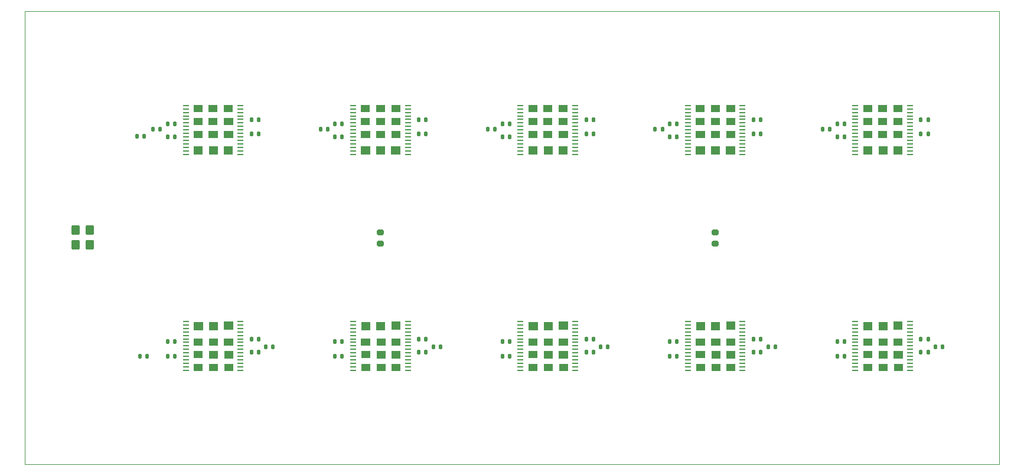
<source format=gbr>
%TF.GenerationSoftware,KiCad,Pcbnew,8.0.6*%
%TF.CreationDate,2024-12-11T18:08:37+01:00*%
%TF.ProjectId,AsicsBoard - 10xBM1370 - 01A,41736963-7342-46f6-9172-64202d203130,rev?*%
%TF.SameCoordinates,Original*%
%TF.FileFunction,Paste,Top*%
%TF.FilePolarity,Positive*%
%FSLAX46Y46*%
G04 Gerber Fmt 4.6, Leading zero omitted, Abs format (unit mm)*
G04 Created by KiCad (PCBNEW 8.0.6) date 2024-12-11 18:08:37*
%MOMM*%
%LPD*%
G01*
G04 APERTURE LIST*
G04 Aperture macros list*
%AMRoundRect*
0 Rectangle with rounded corners*
0 $1 Rounding radius*
0 $2 $3 $4 $5 $6 $7 $8 $9 X,Y pos of 4 corners*
0 Add a 4 corners polygon primitive as box body*
4,1,4,$2,$3,$4,$5,$6,$7,$8,$9,$2,$3,0*
0 Add four circle primitives for the rounded corners*
1,1,$1+$1,$2,$3*
1,1,$1+$1,$4,$5*
1,1,$1+$1,$6,$7*
1,1,$1+$1,$8,$9*
0 Add four rect primitives between the rounded corners*
20,1,$1+$1,$2,$3,$4,$5,0*
20,1,$1+$1,$4,$5,$6,$7,0*
20,1,$1+$1,$6,$7,$8,$9,0*
20,1,$1+$1,$8,$9,$2,$3,0*%
G04 Aperture macros list end*
%ADD10C,0.001000*%
%ADD11RoundRect,0.135000X-0.135000X-0.185000X0.135000X-0.185000X0.135000X0.185000X-0.135000X0.185000X0*%
%ADD12RoundRect,0.135000X0.135000X0.185000X-0.135000X0.185000X-0.135000X-0.185000X0.135000X-0.185000X0*%
%ADD13RoundRect,0.055250X0.340750X0.055250X-0.340750X0.055250X-0.340750X-0.055250X0.340750X-0.055250X0*%
%ADD14RoundRect,0.055250X-0.340750X-0.055250X0.340750X-0.055250X0.340750X0.055250X-0.340750X0.055250X0*%
%ADD15RoundRect,0.250000X0.350000X0.450000X-0.350000X0.450000X-0.350000X-0.450000X0.350000X-0.450000X0*%
%ADD16RoundRect,0.200000X0.275000X-0.200000X0.275000X0.200000X-0.275000X0.200000X-0.275000X-0.200000X0*%
%TA.AperFunction,Profile*%
%ADD17C,0.100000*%
%TD*%
G04 APERTURE END LIST*
%TO.C,U10*%
D10*
X185200000Y-68435000D02*
X186400000Y-68435000D01*
X186400000Y-69385000D01*
X185200000Y-69385000D01*
X185200000Y-68435000D01*
G36*
X185200000Y-68435000D02*
G01*
X186400000Y-68435000D01*
X186400000Y-69385000D01*
X185200000Y-69385000D01*
X185200000Y-68435000D01*
G37*
X185210000Y-70295000D02*
X186410000Y-70295000D01*
X186410000Y-71245000D01*
X185210000Y-71245000D01*
X185210000Y-70295000D01*
G36*
X185210000Y-70295000D02*
G01*
X186410000Y-70295000D01*
X186410000Y-71245000D01*
X185210000Y-71245000D01*
X185210000Y-70295000D01*
G37*
X185220000Y-72125000D02*
X186420000Y-72125000D01*
X186420000Y-73075000D01*
X185220000Y-73075000D01*
X185220000Y-72125000D01*
G36*
X185220000Y-72125000D02*
G01*
X186420000Y-72125000D01*
X186420000Y-73075000D01*
X185220000Y-73075000D01*
X185220000Y-72125000D01*
G37*
X185220000Y-74370000D02*
X186420000Y-74370000D01*
X186420000Y-75480000D01*
X185220000Y-75480000D01*
X185220000Y-74370000D01*
G36*
X185220000Y-74370000D02*
G01*
X186420000Y-74370000D01*
X186420000Y-75480000D01*
X185220000Y-75480000D01*
X185220000Y-74370000D01*
G37*
X187350000Y-68435000D02*
X188550000Y-68435000D01*
X188550000Y-69385000D01*
X187350000Y-69385000D01*
X187350000Y-68435000D01*
G36*
X187350000Y-68435000D02*
G01*
X188550000Y-68435000D01*
X188550000Y-69385000D01*
X187350000Y-69385000D01*
X187350000Y-68435000D01*
G37*
X187360000Y-70295000D02*
X188560000Y-70295000D01*
X188560000Y-71245000D01*
X187360000Y-71245000D01*
X187360000Y-70295000D01*
G36*
X187360000Y-70295000D02*
G01*
X188560000Y-70295000D01*
X188560000Y-71245000D01*
X187360000Y-71245000D01*
X187360000Y-70295000D01*
G37*
X187370000Y-72125000D02*
X188570000Y-72125000D01*
X188570000Y-73075000D01*
X187370000Y-73075000D01*
X187370000Y-72125000D01*
G36*
X187370000Y-72125000D02*
G01*
X188570000Y-72125000D01*
X188570000Y-73075000D01*
X187370000Y-73075000D01*
X187370000Y-72125000D01*
G37*
X187400000Y-74350000D02*
X188600000Y-74350000D01*
X188600000Y-75460000D01*
X187400000Y-75460000D01*
X187400000Y-74350000D01*
G36*
X187400000Y-74350000D02*
G01*
X188600000Y-74350000D01*
X188600000Y-75460000D01*
X187400000Y-75460000D01*
X187400000Y-74350000D01*
G37*
X189540000Y-74340000D02*
X190740000Y-74340000D01*
X190740000Y-75460000D01*
X189540000Y-75460000D01*
X189540000Y-74340000D01*
G36*
X189540000Y-74340000D02*
G01*
X190740000Y-74340000D01*
X190740000Y-75460000D01*
X189540000Y-75460000D01*
X189540000Y-74340000D01*
G37*
X189560000Y-68445000D02*
X190760000Y-68445000D01*
X190760000Y-69395000D01*
X189560000Y-69395000D01*
X189560000Y-68445000D01*
G36*
X189560000Y-68445000D02*
G01*
X190760000Y-68445000D01*
X190760000Y-69395000D01*
X189560000Y-69395000D01*
X189560000Y-68445000D01*
G37*
X189570000Y-70305000D02*
X190770000Y-70305000D01*
X190770000Y-71255000D01*
X189570000Y-71255000D01*
X189570000Y-70305000D01*
G36*
X189570000Y-70305000D02*
G01*
X190770000Y-70305000D01*
X190770000Y-71255000D01*
X189570000Y-71255000D01*
X189570000Y-70305000D01*
G37*
X189580000Y-72135000D02*
X190780000Y-72135000D01*
X190780000Y-73085000D01*
X189580000Y-73085000D01*
X189580000Y-72135000D01*
G36*
X189580000Y-72135000D02*
G01*
X190780000Y-72135000D01*
X190780000Y-73085000D01*
X189580000Y-73085000D01*
X189580000Y-72135000D01*
G37*
%TO.C,U12*%
X186420000Y-102865000D02*
X185220000Y-102865000D01*
X185220000Y-101915000D01*
X186420000Y-101915000D01*
X186420000Y-102865000D01*
G36*
X186420000Y-102865000D02*
G01*
X185220000Y-102865000D01*
X185220000Y-101915000D01*
X186420000Y-101915000D01*
X186420000Y-102865000D01*
G37*
X186430000Y-104695000D02*
X185230000Y-104695000D01*
X185230000Y-103745000D01*
X186430000Y-103745000D01*
X186430000Y-104695000D01*
G36*
X186430000Y-104695000D02*
G01*
X185230000Y-104695000D01*
X185230000Y-103745000D01*
X186430000Y-103745000D01*
X186430000Y-104695000D01*
G37*
X186440000Y-106555000D02*
X185240000Y-106555000D01*
X185240000Y-105605000D01*
X186440000Y-105605000D01*
X186440000Y-106555000D01*
G36*
X186440000Y-106555000D02*
G01*
X185240000Y-106555000D01*
X185240000Y-105605000D01*
X186440000Y-105605000D01*
X186440000Y-106555000D01*
G37*
X186460000Y-100660000D02*
X185260000Y-100660000D01*
X185260000Y-99540000D01*
X186460000Y-99540000D01*
X186460000Y-100660000D01*
G36*
X186460000Y-100660000D02*
G01*
X185260000Y-100660000D01*
X185260000Y-99540000D01*
X186460000Y-99540000D01*
X186460000Y-100660000D01*
G37*
X188600000Y-100650000D02*
X187400000Y-100650000D01*
X187400000Y-99540000D01*
X188600000Y-99540000D01*
X188600000Y-100650000D01*
G36*
X188600000Y-100650000D02*
G01*
X187400000Y-100650000D01*
X187400000Y-99540000D01*
X188600000Y-99540000D01*
X188600000Y-100650000D01*
G37*
X188630000Y-102875000D02*
X187430000Y-102875000D01*
X187430000Y-101925000D01*
X188630000Y-101925000D01*
X188630000Y-102875000D01*
G36*
X188630000Y-102875000D02*
G01*
X187430000Y-102875000D01*
X187430000Y-101925000D01*
X188630000Y-101925000D01*
X188630000Y-102875000D01*
G37*
X188640000Y-104705000D02*
X187440000Y-104705000D01*
X187440000Y-103755000D01*
X188640000Y-103755000D01*
X188640000Y-104705000D01*
G36*
X188640000Y-104705000D02*
G01*
X187440000Y-104705000D01*
X187440000Y-103755000D01*
X188640000Y-103755000D01*
X188640000Y-104705000D01*
G37*
X188650000Y-106565000D02*
X187450000Y-106565000D01*
X187450000Y-105615000D01*
X188650000Y-105615000D01*
X188650000Y-106565000D01*
G36*
X188650000Y-106565000D02*
G01*
X187450000Y-106565000D01*
X187450000Y-105615000D01*
X188650000Y-105615000D01*
X188650000Y-106565000D01*
G37*
X190780000Y-100630000D02*
X189580000Y-100630000D01*
X189580000Y-99520000D01*
X190780000Y-99520000D01*
X190780000Y-100630000D01*
G36*
X190780000Y-100630000D02*
G01*
X189580000Y-100630000D01*
X189580000Y-99520000D01*
X190780000Y-99520000D01*
X190780000Y-100630000D01*
G37*
X190780000Y-102875000D02*
X189580000Y-102875000D01*
X189580000Y-101925000D01*
X190780000Y-101925000D01*
X190780000Y-102875000D01*
G36*
X190780000Y-102875000D02*
G01*
X189580000Y-102875000D01*
X189580000Y-101925000D01*
X190780000Y-101925000D01*
X190780000Y-102875000D01*
G37*
X190790000Y-104705000D02*
X189590000Y-104705000D01*
X189590000Y-103755000D01*
X190790000Y-103755000D01*
X190790000Y-104705000D01*
G36*
X190790000Y-104705000D02*
G01*
X189590000Y-104705000D01*
X189590000Y-103755000D01*
X190790000Y-103755000D01*
X190790000Y-104705000D01*
G37*
X190800000Y-106565000D02*
X189600000Y-106565000D01*
X189600000Y-105615000D01*
X190800000Y-105615000D01*
X190800000Y-106565000D01*
G36*
X190800000Y-106565000D02*
G01*
X189600000Y-106565000D01*
X189600000Y-105615000D01*
X190800000Y-105615000D01*
X190800000Y-106565000D01*
G37*
%TO.C,U4*%
X114420000Y-102865000D02*
X113220000Y-102865000D01*
X113220000Y-101915000D01*
X114420000Y-101915000D01*
X114420000Y-102865000D01*
G36*
X114420000Y-102865000D02*
G01*
X113220000Y-102865000D01*
X113220000Y-101915000D01*
X114420000Y-101915000D01*
X114420000Y-102865000D01*
G37*
X114430000Y-104695000D02*
X113230000Y-104695000D01*
X113230000Y-103745000D01*
X114430000Y-103745000D01*
X114430000Y-104695000D01*
G36*
X114430000Y-104695000D02*
G01*
X113230000Y-104695000D01*
X113230000Y-103745000D01*
X114430000Y-103745000D01*
X114430000Y-104695000D01*
G37*
X114440000Y-106555000D02*
X113240000Y-106555000D01*
X113240000Y-105605000D01*
X114440000Y-105605000D01*
X114440000Y-106555000D01*
G36*
X114440000Y-106555000D02*
G01*
X113240000Y-106555000D01*
X113240000Y-105605000D01*
X114440000Y-105605000D01*
X114440000Y-106555000D01*
G37*
X114460000Y-100660000D02*
X113260000Y-100660000D01*
X113260000Y-99540000D01*
X114460000Y-99540000D01*
X114460000Y-100660000D01*
G36*
X114460000Y-100660000D02*
G01*
X113260000Y-100660000D01*
X113260000Y-99540000D01*
X114460000Y-99540000D01*
X114460000Y-100660000D01*
G37*
X116600000Y-100650000D02*
X115400000Y-100650000D01*
X115400000Y-99540000D01*
X116600000Y-99540000D01*
X116600000Y-100650000D01*
G36*
X116600000Y-100650000D02*
G01*
X115400000Y-100650000D01*
X115400000Y-99540000D01*
X116600000Y-99540000D01*
X116600000Y-100650000D01*
G37*
X116630000Y-102875000D02*
X115430000Y-102875000D01*
X115430000Y-101925000D01*
X116630000Y-101925000D01*
X116630000Y-102875000D01*
G36*
X116630000Y-102875000D02*
G01*
X115430000Y-102875000D01*
X115430000Y-101925000D01*
X116630000Y-101925000D01*
X116630000Y-102875000D01*
G37*
X116640000Y-104705000D02*
X115440000Y-104705000D01*
X115440000Y-103755000D01*
X116640000Y-103755000D01*
X116640000Y-104705000D01*
G36*
X116640000Y-104705000D02*
G01*
X115440000Y-104705000D01*
X115440000Y-103755000D01*
X116640000Y-103755000D01*
X116640000Y-104705000D01*
G37*
X116650000Y-106565000D02*
X115450000Y-106565000D01*
X115450000Y-105615000D01*
X116650000Y-105615000D01*
X116650000Y-106565000D01*
G36*
X116650000Y-106565000D02*
G01*
X115450000Y-106565000D01*
X115450000Y-105615000D01*
X116650000Y-105615000D01*
X116650000Y-106565000D01*
G37*
X118780000Y-100630000D02*
X117580000Y-100630000D01*
X117580000Y-99520000D01*
X118780000Y-99520000D01*
X118780000Y-100630000D01*
G36*
X118780000Y-100630000D02*
G01*
X117580000Y-100630000D01*
X117580000Y-99520000D01*
X118780000Y-99520000D01*
X118780000Y-100630000D01*
G37*
X118780000Y-102875000D02*
X117580000Y-102875000D01*
X117580000Y-101925000D01*
X118780000Y-101925000D01*
X118780000Y-102875000D01*
G36*
X118780000Y-102875000D02*
G01*
X117580000Y-102875000D01*
X117580000Y-101925000D01*
X118780000Y-101925000D01*
X118780000Y-102875000D01*
G37*
X118790000Y-104705000D02*
X117590000Y-104705000D01*
X117590000Y-103755000D01*
X118790000Y-103755000D01*
X118790000Y-104705000D01*
G36*
X118790000Y-104705000D02*
G01*
X117590000Y-104705000D01*
X117590000Y-103755000D01*
X118790000Y-103755000D01*
X118790000Y-104705000D01*
G37*
X118800000Y-106565000D02*
X117600000Y-106565000D01*
X117600000Y-105615000D01*
X118800000Y-105615000D01*
X118800000Y-106565000D01*
G36*
X118800000Y-106565000D02*
G01*
X117600000Y-106565000D01*
X117600000Y-105615000D01*
X118800000Y-105615000D01*
X118800000Y-106565000D01*
G37*
%TO.C,U8*%
X137200000Y-68435000D02*
X138400000Y-68435000D01*
X138400000Y-69385000D01*
X137200000Y-69385000D01*
X137200000Y-68435000D01*
G36*
X137200000Y-68435000D02*
G01*
X138400000Y-68435000D01*
X138400000Y-69385000D01*
X137200000Y-69385000D01*
X137200000Y-68435000D01*
G37*
X137210000Y-70295000D02*
X138410000Y-70295000D01*
X138410000Y-71245000D01*
X137210000Y-71245000D01*
X137210000Y-70295000D01*
G36*
X137210000Y-70295000D02*
G01*
X138410000Y-70295000D01*
X138410000Y-71245000D01*
X137210000Y-71245000D01*
X137210000Y-70295000D01*
G37*
X137220000Y-72125000D02*
X138420000Y-72125000D01*
X138420000Y-73075000D01*
X137220000Y-73075000D01*
X137220000Y-72125000D01*
G36*
X137220000Y-72125000D02*
G01*
X138420000Y-72125000D01*
X138420000Y-73075000D01*
X137220000Y-73075000D01*
X137220000Y-72125000D01*
G37*
X137220000Y-74370000D02*
X138420000Y-74370000D01*
X138420000Y-75480000D01*
X137220000Y-75480000D01*
X137220000Y-74370000D01*
G36*
X137220000Y-74370000D02*
G01*
X138420000Y-74370000D01*
X138420000Y-75480000D01*
X137220000Y-75480000D01*
X137220000Y-74370000D01*
G37*
X139350000Y-68435000D02*
X140550000Y-68435000D01*
X140550000Y-69385000D01*
X139350000Y-69385000D01*
X139350000Y-68435000D01*
G36*
X139350000Y-68435000D02*
G01*
X140550000Y-68435000D01*
X140550000Y-69385000D01*
X139350000Y-69385000D01*
X139350000Y-68435000D01*
G37*
X139360000Y-70295000D02*
X140560000Y-70295000D01*
X140560000Y-71245000D01*
X139360000Y-71245000D01*
X139360000Y-70295000D01*
G36*
X139360000Y-70295000D02*
G01*
X140560000Y-70295000D01*
X140560000Y-71245000D01*
X139360000Y-71245000D01*
X139360000Y-70295000D01*
G37*
X139370000Y-72125000D02*
X140570000Y-72125000D01*
X140570000Y-73075000D01*
X139370000Y-73075000D01*
X139370000Y-72125000D01*
G36*
X139370000Y-72125000D02*
G01*
X140570000Y-72125000D01*
X140570000Y-73075000D01*
X139370000Y-73075000D01*
X139370000Y-72125000D01*
G37*
X139400000Y-74350000D02*
X140600000Y-74350000D01*
X140600000Y-75460000D01*
X139400000Y-75460000D01*
X139400000Y-74350000D01*
G36*
X139400000Y-74350000D02*
G01*
X140600000Y-74350000D01*
X140600000Y-75460000D01*
X139400000Y-75460000D01*
X139400000Y-74350000D01*
G37*
X141540000Y-74340000D02*
X142740000Y-74340000D01*
X142740000Y-75460000D01*
X141540000Y-75460000D01*
X141540000Y-74340000D01*
G36*
X141540000Y-74340000D02*
G01*
X142740000Y-74340000D01*
X142740000Y-75460000D01*
X141540000Y-75460000D01*
X141540000Y-74340000D01*
G37*
X141560000Y-68445000D02*
X142760000Y-68445000D01*
X142760000Y-69395000D01*
X141560000Y-69395000D01*
X141560000Y-68445000D01*
G36*
X141560000Y-68445000D02*
G01*
X142760000Y-68445000D01*
X142760000Y-69395000D01*
X141560000Y-69395000D01*
X141560000Y-68445000D01*
G37*
X141570000Y-70305000D02*
X142770000Y-70305000D01*
X142770000Y-71255000D01*
X141570000Y-71255000D01*
X141570000Y-70305000D01*
G36*
X141570000Y-70305000D02*
G01*
X142770000Y-70305000D01*
X142770000Y-71255000D01*
X141570000Y-71255000D01*
X141570000Y-70305000D01*
G37*
X141580000Y-72135000D02*
X142780000Y-72135000D01*
X142780000Y-73085000D01*
X141580000Y-73085000D01*
X141580000Y-72135000D01*
G36*
X141580000Y-72135000D02*
G01*
X142780000Y-72135000D01*
X142780000Y-73085000D01*
X141580000Y-73085000D01*
X141580000Y-72135000D01*
G37*
%TO.C,U13*%
X89200000Y-68435000D02*
X90400000Y-68435000D01*
X90400000Y-69385000D01*
X89200000Y-69385000D01*
X89200000Y-68435000D01*
G36*
X89200000Y-68435000D02*
G01*
X90400000Y-68435000D01*
X90400000Y-69385000D01*
X89200000Y-69385000D01*
X89200000Y-68435000D01*
G37*
X89210000Y-70295000D02*
X90410000Y-70295000D01*
X90410000Y-71245000D01*
X89210000Y-71245000D01*
X89210000Y-70295000D01*
G36*
X89210000Y-70295000D02*
G01*
X90410000Y-70295000D01*
X90410000Y-71245000D01*
X89210000Y-71245000D01*
X89210000Y-70295000D01*
G37*
X89220000Y-72125000D02*
X90420000Y-72125000D01*
X90420000Y-73075000D01*
X89220000Y-73075000D01*
X89220000Y-72125000D01*
G36*
X89220000Y-72125000D02*
G01*
X90420000Y-72125000D01*
X90420000Y-73075000D01*
X89220000Y-73075000D01*
X89220000Y-72125000D01*
G37*
X89220000Y-74370000D02*
X90420000Y-74370000D01*
X90420000Y-75480000D01*
X89220000Y-75480000D01*
X89220000Y-74370000D01*
G36*
X89220000Y-74370000D02*
G01*
X90420000Y-74370000D01*
X90420000Y-75480000D01*
X89220000Y-75480000D01*
X89220000Y-74370000D01*
G37*
X91350000Y-68435000D02*
X92550000Y-68435000D01*
X92550000Y-69385000D01*
X91350000Y-69385000D01*
X91350000Y-68435000D01*
G36*
X91350000Y-68435000D02*
G01*
X92550000Y-68435000D01*
X92550000Y-69385000D01*
X91350000Y-69385000D01*
X91350000Y-68435000D01*
G37*
X91360000Y-70295000D02*
X92560000Y-70295000D01*
X92560000Y-71245000D01*
X91360000Y-71245000D01*
X91360000Y-70295000D01*
G36*
X91360000Y-70295000D02*
G01*
X92560000Y-70295000D01*
X92560000Y-71245000D01*
X91360000Y-71245000D01*
X91360000Y-70295000D01*
G37*
X91370000Y-72125000D02*
X92570000Y-72125000D01*
X92570000Y-73075000D01*
X91370000Y-73075000D01*
X91370000Y-72125000D01*
G36*
X91370000Y-72125000D02*
G01*
X92570000Y-72125000D01*
X92570000Y-73075000D01*
X91370000Y-73075000D01*
X91370000Y-72125000D01*
G37*
X91400000Y-74350000D02*
X92600000Y-74350000D01*
X92600000Y-75460000D01*
X91400000Y-75460000D01*
X91400000Y-74350000D01*
G36*
X91400000Y-74350000D02*
G01*
X92600000Y-74350000D01*
X92600000Y-75460000D01*
X91400000Y-75460000D01*
X91400000Y-74350000D01*
G37*
X93540000Y-74340000D02*
X94740000Y-74340000D01*
X94740000Y-75460000D01*
X93540000Y-75460000D01*
X93540000Y-74340000D01*
G36*
X93540000Y-74340000D02*
G01*
X94740000Y-74340000D01*
X94740000Y-75460000D01*
X93540000Y-75460000D01*
X93540000Y-74340000D01*
G37*
X93560000Y-68445000D02*
X94760000Y-68445000D01*
X94760000Y-69395000D01*
X93560000Y-69395000D01*
X93560000Y-68445000D01*
G36*
X93560000Y-68445000D02*
G01*
X94760000Y-68445000D01*
X94760000Y-69395000D01*
X93560000Y-69395000D01*
X93560000Y-68445000D01*
G37*
X93570000Y-70305000D02*
X94770000Y-70305000D01*
X94770000Y-71255000D01*
X93570000Y-71255000D01*
X93570000Y-70305000D01*
G36*
X93570000Y-70305000D02*
G01*
X94770000Y-70305000D01*
X94770000Y-71255000D01*
X93570000Y-71255000D01*
X93570000Y-70305000D01*
G37*
X93580000Y-72135000D02*
X94780000Y-72135000D01*
X94780000Y-73085000D01*
X93580000Y-73085000D01*
X93580000Y-72135000D01*
G36*
X93580000Y-72135000D02*
G01*
X94780000Y-72135000D01*
X94780000Y-73085000D01*
X93580000Y-73085000D01*
X93580000Y-72135000D01*
G37*
%TO.C,U9*%
X162420000Y-102865000D02*
X161220000Y-102865000D01*
X161220000Y-101915000D01*
X162420000Y-101915000D01*
X162420000Y-102865000D01*
G36*
X162420000Y-102865000D02*
G01*
X161220000Y-102865000D01*
X161220000Y-101915000D01*
X162420000Y-101915000D01*
X162420000Y-102865000D01*
G37*
X162430000Y-104695000D02*
X161230000Y-104695000D01*
X161230000Y-103745000D01*
X162430000Y-103745000D01*
X162430000Y-104695000D01*
G36*
X162430000Y-104695000D02*
G01*
X161230000Y-104695000D01*
X161230000Y-103745000D01*
X162430000Y-103745000D01*
X162430000Y-104695000D01*
G37*
X162440000Y-106555000D02*
X161240000Y-106555000D01*
X161240000Y-105605000D01*
X162440000Y-105605000D01*
X162440000Y-106555000D01*
G36*
X162440000Y-106555000D02*
G01*
X161240000Y-106555000D01*
X161240000Y-105605000D01*
X162440000Y-105605000D01*
X162440000Y-106555000D01*
G37*
X162460000Y-100660000D02*
X161260000Y-100660000D01*
X161260000Y-99540000D01*
X162460000Y-99540000D01*
X162460000Y-100660000D01*
G36*
X162460000Y-100660000D02*
G01*
X161260000Y-100660000D01*
X161260000Y-99540000D01*
X162460000Y-99540000D01*
X162460000Y-100660000D01*
G37*
X164600000Y-100650000D02*
X163400000Y-100650000D01*
X163400000Y-99540000D01*
X164600000Y-99540000D01*
X164600000Y-100650000D01*
G36*
X164600000Y-100650000D02*
G01*
X163400000Y-100650000D01*
X163400000Y-99540000D01*
X164600000Y-99540000D01*
X164600000Y-100650000D01*
G37*
X164630000Y-102875000D02*
X163430000Y-102875000D01*
X163430000Y-101925000D01*
X164630000Y-101925000D01*
X164630000Y-102875000D01*
G36*
X164630000Y-102875000D02*
G01*
X163430000Y-102875000D01*
X163430000Y-101925000D01*
X164630000Y-101925000D01*
X164630000Y-102875000D01*
G37*
X164640000Y-104705000D02*
X163440000Y-104705000D01*
X163440000Y-103755000D01*
X164640000Y-103755000D01*
X164640000Y-104705000D01*
G36*
X164640000Y-104705000D02*
G01*
X163440000Y-104705000D01*
X163440000Y-103755000D01*
X164640000Y-103755000D01*
X164640000Y-104705000D01*
G37*
X164650000Y-106565000D02*
X163450000Y-106565000D01*
X163450000Y-105615000D01*
X164650000Y-105615000D01*
X164650000Y-106565000D01*
G36*
X164650000Y-106565000D02*
G01*
X163450000Y-106565000D01*
X163450000Y-105615000D01*
X164650000Y-105615000D01*
X164650000Y-106565000D01*
G37*
X166780000Y-100630000D02*
X165580000Y-100630000D01*
X165580000Y-99520000D01*
X166780000Y-99520000D01*
X166780000Y-100630000D01*
G36*
X166780000Y-100630000D02*
G01*
X165580000Y-100630000D01*
X165580000Y-99520000D01*
X166780000Y-99520000D01*
X166780000Y-100630000D01*
G37*
X166780000Y-102875000D02*
X165580000Y-102875000D01*
X165580000Y-101925000D01*
X166780000Y-101925000D01*
X166780000Y-102875000D01*
G36*
X166780000Y-102875000D02*
G01*
X165580000Y-102875000D01*
X165580000Y-101925000D01*
X166780000Y-101925000D01*
X166780000Y-102875000D01*
G37*
X166790000Y-104705000D02*
X165590000Y-104705000D01*
X165590000Y-103755000D01*
X166790000Y-103755000D01*
X166790000Y-104705000D01*
G36*
X166790000Y-104705000D02*
G01*
X165590000Y-104705000D01*
X165590000Y-103755000D01*
X166790000Y-103755000D01*
X166790000Y-104705000D01*
G37*
X166800000Y-106565000D02*
X165600000Y-106565000D01*
X165600000Y-105615000D01*
X166800000Y-105615000D01*
X166800000Y-106565000D01*
G36*
X166800000Y-106565000D02*
G01*
X165600000Y-106565000D01*
X165600000Y-105615000D01*
X166800000Y-105615000D01*
X166800000Y-106565000D01*
G37*
%TO.C,U5*%
X90420000Y-102865000D02*
X89220000Y-102865000D01*
X89220000Y-101915000D01*
X90420000Y-101915000D01*
X90420000Y-102865000D01*
G36*
X90420000Y-102865000D02*
G01*
X89220000Y-102865000D01*
X89220000Y-101915000D01*
X90420000Y-101915000D01*
X90420000Y-102865000D01*
G37*
X90430000Y-104695000D02*
X89230000Y-104695000D01*
X89230000Y-103745000D01*
X90430000Y-103745000D01*
X90430000Y-104695000D01*
G36*
X90430000Y-104695000D02*
G01*
X89230000Y-104695000D01*
X89230000Y-103745000D01*
X90430000Y-103745000D01*
X90430000Y-104695000D01*
G37*
X90440000Y-106555000D02*
X89240000Y-106555000D01*
X89240000Y-105605000D01*
X90440000Y-105605000D01*
X90440000Y-106555000D01*
G36*
X90440000Y-106555000D02*
G01*
X89240000Y-106555000D01*
X89240000Y-105605000D01*
X90440000Y-105605000D01*
X90440000Y-106555000D01*
G37*
X90460000Y-100660000D02*
X89260000Y-100660000D01*
X89260000Y-99540000D01*
X90460000Y-99540000D01*
X90460000Y-100660000D01*
G36*
X90460000Y-100660000D02*
G01*
X89260000Y-100660000D01*
X89260000Y-99540000D01*
X90460000Y-99540000D01*
X90460000Y-100660000D01*
G37*
X92600000Y-100650000D02*
X91400000Y-100650000D01*
X91400000Y-99540000D01*
X92600000Y-99540000D01*
X92600000Y-100650000D01*
G36*
X92600000Y-100650000D02*
G01*
X91400000Y-100650000D01*
X91400000Y-99540000D01*
X92600000Y-99540000D01*
X92600000Y-100650000D01*
G37*
X92630000Y-102875000D02*
X91430000Y-102875000D01*
X91430000Y-101925000D01*
X92630000Y-101925000D01*
X92630000Y-102875000D01*
G36*
X92630000Y-102875000D02*
G01*
X91430000Y-102875000D01*
X91430000Y-101925000D01*
X92630000Y-101925000D01*
X92630000Y-102875000D01*
G37*
X92640000Y-104705000D02*
X91440000Y-104705000D01*
X91440000Y-103755000D01*
X92640000Y-103755000D01*
X92640000Y-104705000D01*
G36*
X92640000Y-104705000D02*
G01*
X91440000Y-104705000D01*
X91440000Y-103755000D01*
X92640000Y-103755000D01*
X92640000Y-104705000D01*
G37*
X92650000Y-106565000D02*
X91450000Y-106565000D01*
X91450000Y-105615000D01*
X92650000Y-105615000D01*
X92650000Y-106565000D01*
G36*
X92650000Y-106565000D02*
G01*
X91450000Y-106565000D01*
X91450000Y-105615000D01*
X92650000Y-105615000D01*
X92650000Y-106565000D01*
G37*
X94780000Y-100630000D02*
X93580000Y-100630000D01*
X93580000Y-99520000D01*
X94780000Y-99520000D01*
X94780000Y-100630000D01*
G36*
X94780000Y-100630000D02*
G01*
X93580000Y-100630000D01*
X93580000Y-99520000D01*
X94780000Y-99520000D01*
X94780000Y-100630000D01*
G37*
X94780000Y-102875000D02*
X93580000Y-102875000D01*
X93580000Y-101925000D01*
X94780000Y-101925000D01*
X94780000Y-102875000D01*
G36*
X94780000Y-102875000D02*
G01*
X93580000Y-102875000D01*
X93580000Y-101925000D01*
X94780000Y-101925000D01*
X94780000Y-102875000D01*
G37*
X94790000Y-104705000D02*
X93590000Y-104705000D01*
X93590000Y-103755000D01*
X94790000Y-103755000D01*
X94790000Y-104705000D01*
G36*
X94790000Y-104705000D02*
G01*
X93590000Y-104705000D01*
X93590000Y-103755000D01*
X94790000Y-103755000D01*
X94790000Y-104705000D01*
G37*
X94800000Y-106565000D02*
X93600000Y-106565000D01*
X93600000Y-105615000D01*
X94800000Y-105615000D01*
X94800000Y-106565000D01*
G36*
X94800000Y-106565000D02*
G01*
X93600000Y-106565000D01*
X93600000Y-105615000D01*
X94800000Y-105615000D01*
X94800000Y-106565000D01*
G37*
%TO.C,U11*%
X113200000Y-68435000D02*
X114400000Y-68435000D01*
X114400000Y-69385000D01*
X113200000Y-69385000D01*
X113200000Y-68435000D01*
G36*
X113200000Y-68435000D02*
G01*
X114400000Y-68435000D01*
X114400000Y-69385000D01*
X113200000Y-69385000D01*
X113200000Y-68435000D01*
G37*
X113210000Y-70295000D02*
X114410000Y-70295000D01*
X114410000Y-71245000D01*
X113210000Y-71245000D01*
X113210000Y-70295000D01*
G36*
X113210000Y-70295000D02*
G01*
X114410000Y-70295000D01*
X114410000Y-71245000D01*
X113210000Y-71245000D01*
X113210000Y-70295000D01*
G37*
X113220000Y-72125000D02*
X114420000Y-72125000D01*
X114420000Y-73075000D01*
X113220000Y-73075000D01*
X113220000Y-72125000D01*
G36*
X113220000Y-72125000D02*
G01*
X114420000Y-72125000D01*
X114420000Y-73075000D01*
X113220000Y-73075000D01*
X113220000Y-72125000D01*
G37*
X113220000Y-74370000D02*
X114420000Y-74370000D01*
X114420000Y-75480000D01*
X113220000Y-75480000D01*
X113220000Y-74370000D01*
G36*
X113220000Y-74370000D02*
G01*
X114420000Y-74370000D01*
X114420000Y-75480000D01*
X113220000Y-75480000D01*
X113220000Y-74370000D01*
G37*
X115350000Y-68435000D02*
X116550000Y-68435000D01*
X116550000Y-69385000D01*
X115350000Y-69385000D01*
X115350000Y-68435000D01*
G36*
X115350000Y-68435000D02*
G01*
X116550000Y-68435000D01*
X116550000Y-69385000D01*
X115350000Y-69385000D01*
X115350000Y-68435000D01*
G37*
X115360000Y-70295000D02*
X116560000Y-70295000D01*
X116560000Y-71245000D01*
X115360000Y-71245000D01*
X115360000Y-70295000D01*
G36*
X115360000Y-70295000D02*
G01*
X116560000Y-70295000D01*
X116560000Y-71245000D01*
X115360000Y-71245000D01*
X115360000Y-70295000D01*
G37*
X115370000Y-72125000D02*
X116570000Y-72125000D01*
X116570000Y-73075000D01*
X115370000Y-73075000D01*
X115370000Y-72125000D01*
G36*
X115370000Y-72125000D02*
G01*
X116570000Y-72125000D01*
X116570000Y-73075000D01*
X115370000Y-73075000D01*
X115370000Y-72125000D01*
G37*
X115400000Y-74350000D02*
X116600000Y-74350000D01*
X116600000Y-75460000D01*
X115400000Y-75460000D01*
X115400000Y-74350000D01*
G36*
X115400000Y-74350000D02*
G01*
X116600000Y-74350000D01*
X116600000Y-75460000D01*
X115400000Y-75460000D01*
X115400000Y-74350000D01*
G37*
X117540000Y-74340000D02*
X118740000Y-74340000D01*
X118740000Y-75460000D01*
X117540000Y-75460000D01*
X117540000Y-74340000D01*
G36*
X117540000Y-74340000D02*
G01*
X118740000Y-74340000D01*
X118740000Y-75460000D01*
X117540000Y-75460000D01*
X117540000Y-74340000D01*
G37*
X117560000Y-68445000D02*
X118760000Y-68445000D01*
X118760000Y-69395000D01*
X117560000Y-69395000D01*
X117560000Y-68445000D01*
G36*
X117560000Y-68445000D02*
G01*
X118760000Y-68445000D01*
X118760000Y-69395000D01*
X117560000Y-69395000D01*
X117560000Y-68445000D01*
G37*
X117570000Y-70305000D02*
X118770000Y-70305000D01*
X118770000Y-71255000D01*
X117570000Y-71255000D01*
X117570000Y-70305000D01*
G36*
X117570000Y-70305000D02*
G01*
X118770000Y-70305000D01*
X118770000Y-71255000D01*
X117570000Y-71255000D01*
X117570000Y-70305000D01*
G37*
X117580000Y-72135000D02*
X118780000Y-72135000D01*
X118780000Y-73085000D01*
X117580000Y-73085000D01*
X117580000Y-72135000D01*
G36*
X117580000Y-72135000D02*
G01*
X118780000Y-72135000D01*
X118780000Y-73085000D01*
X117580000Y-73085000D01*
X117580000Y-72135000D01*
G37*
%TO.C,U6*%
X161200000Y-68435000D02*
X162400000Y-68435000D01*
X162400000Y-69385000D01*
X161200000Y-69385000D01*
X161200000Y-68435000D01*
G36*
X161200000Y-68435000D02*
G01*
X162400000Y-68435000D01*
X162400000Y-69385000D01*
X161200000Y-69385000D01*
X161200000Y-68435000D01*
G37*
X161210000Y-70295000D02*
X162410000Y-70295000D01*
X162410000Y-71245000D01*
X161210000Y-71245000D01*
X161210000Y-70295000D01*
G36*
X161210000Y-70295000D02*
G01*
X162410000Y-70295000D01*
X162410000Y-71245000D01*
X161210000Y-71245000D01*
X161210000Y-70295000D01*
G37*
X161220000Y-72125000D02*
X162420000Y-72125000D01*
X162420000Y-73075000D01*
X161220000Y-73075000D01*
X161220000Y-72125000D01*
G36*
X161220000Y-72125000D02*
G01*
X162420000Y-72125000D01*
X162420000Y-73075000D01*
X161220000Y-73075000D01*
X161220000Y-72125000D01*
G37*
X161220000Y-74370000D02*
X162420000Y-74370000D01*
X162420000Y-75480000D01*
X161220000Y-75480000D01*
X161220000Y-74370000D01*
G36*
X161220000Y-74370000D02*
G01*
X162420000Y-74370000D01*
X162420000Y-75480000D01*
X161220000Y-75480000D01*
X161220000Y-74370000D01*
G37*
X163350000Y-68435000D02*
X164550000Y-68435000D01*
X164550000Y-69385000D01*
X163350000Y-69385000D01*
X163350000Y-68435000D01*
G36*
X163350000Y-68435000D02*
G01*
X164550000Y-68435000D01*
X164550000Y-69385000D01*
X163350000Y-69385000D01*
X163350000Y-68435000D01*
G37*
X163360000Y-70295000D02*
X164560000Y-70295000D01*
X164560000Y-71245000D01*
X163360000Y-71245000D01*
X163360000Y-70295000D01*
G36*
X163360000Y-70295000D02*
G01*
X164560000Y-70295000D01*
X164560000Y-71245000D01*
X163360000Y-71245000D01*
X163360000Y-70295000D01*
G37*
X163370000Y-72125000D02*
X164570000Y-72125000D01*
X164570000Y-73075000D01*
X163370000Y-73075000D01*
X163370000Y-72125000D01*
G36*
X163370000Y-72125000D02*
G01*
X164570000Y-72125000D01*
X164570000Y-73075000D01*
X163370000Y-73075000D01*
X163370000Y-72125000D01*
G37*
X163400000Y-74350000D02*
X164600000Y-74350000D01*
X164600000Y-75460000D01*
X163400000Y-75460000D01*
X163400000Y-74350000D01*
G36*
X163400000Y-74350000D02*
G01*
X164600000Y-74350000D01*
X164600000Y-75460000D01*
X163400000Y-75460000D01*
X163400000Y-74350000D01*
G37*
X165540000Y-74340000D02*
X166740000Y-74340000D01*
X166740000Y-75460000D01*
X165540000Y-75460000D01*
X165540000Y-74340000D01*
G36*
X165540000Y-74340000D02*
G01*
X166740000Y-74340000D01*
X166740000Y-75460000D01*
X165540000Y-75460000D01*
X165540000Y-74340000D01*
G37*
X165560000Y-68445000D02*
X166760000Y-68445000D01*
X166760000Y-69395000D01*
X165560000Y-69395000D01*
X165560000Y-68445000D01*
G36*
X165560000Y-68445000D02*
G01*
X166760000Y-68445000D01*
X166760000Y-69395000D01*
X165560000Y-69395000D01*
X165560000Y-68445000D01*
G37*
X165570000Y-70305000D02*
X166770000Y-70305000D01*
X166770000Y-71255000D01*
X165570000Y-71255000D01*
X165570000Y-70305000D01*
G36*
X165570000Y-70305000D02*
G01*
X166770000Y-70305000D01*
X166770000Y-71255000D01*
X165570000Y-71255000D01*
X165570000Y-70305000D01*
G37*
X165580000Y-72135000D02*
X166780000Y-72135000D01*
X166780000Y-73085000D01*
X165580000Y-73085000D01*
X165580000Y-72135000D01*
G36*
X165580000Y-72135000D02*
G01*
X166780000Y-72135000D01*
X166780000Y-73085000D01*
X165580000Y-73085000D01*
X165580000Y-72135000D01*
G37*
%TO.C,U7*%
X138420000Y-102865000D02*
X137220000Y-102865000D01*
X137220000Y-101915000D01*
X138420000Y-101915000D01*
X138420000Y-102865000D01*
G36*
X138420000Y-102865000D02*
G01*
X137220000Y-102865000D01*
X137220000Y-101915000D01*
X138420000Y-101915000D01*
X138420000Y-102865000D01*
G37*
X138430000Y-104695000D02*
X137230000Y-104695000D01*
X137230000Y-103745000D01*
X138430000Y-103745000D01*
X138430000Y-104695000D01*
G36*
X138430000Y-104695000D02*
G01*
X137230000Y-104695000D01*
X137230000Y-103745000D01*
X138430000Y-103745000D01*
X138430000Y-104695000D01*
G37*
X138440000Y-106555000D02*
X137240000Y-106555000D01*
X137240000Y-105605000D01*
X138440000Y-105605000D01*
X138440000Y-106555000D01*
G36*
X138440000Y-106555000D02*
G01*
X137240000Y-106555000D01*
X137240000Y-105605000D01*
X138440000Y-105605000D01*
X138440000Y-106555000D01*
G37*
X138460000Y-100660000D02*
X137260000Y-100660000D01*
X137260000Y-99540000D01*
X138460000Y-99540000D01*
X138460000Y-100660000D01*
G36*
X138460000Y-100660000D02*
G01*
X137260000Y-100660000D01*
X137260000Y-99540000D01*
X138460000Y-99540000D01*
X138460000Y-100660000D01*
G37*
X140600000Y-100650000D02*
X139400000Y-100650000D01*
X139400000Y-99540000D01*
X140600000Y-99540000D01*
X140600000Y-100650000D01*
G36*
X140600000Y-100650000D02*
G01*
X139400000Y-100650000D01*
X139400000Y-99540000D01*
X140600000Y-99540000D01*
X140600000Y-100650000D01*
G37*
X140630000Y-102875000D02*
X139430000Y-102875000D01*
X139430000Y-101925000D01*
X140630000Y-101925000D01*
X140630000Y-102875000D01*
G36*
X140630000Y-102875000D02*
G01*
X139430000Y-102875000D01*
X139430000Y-101925000D01*
X140630000Y-101925000D01*
X140630000Y-102875000D01*
G37*
X140640000Y-104705000D02*
X139440000Y-104705000D01*
X139440000Y-103755000D01*
X140640000Y-103755000D01*
X140640000Y-104705000D01*
G36*
X140640000Y-104705000D02*
G01*
X139440000Y-104705000D01*
X139440000Y-103755000D01*
X140640000Y-103755000D01*
X140640000Y-104705000D01*
G37*
X140650000Y-106565000D02*
X139450000Y-106565000D01*
X139450000Y-105615000D01*
X140650000Y-105615000D01*
X140650000Y-106565000D01*
G36*
X140650000Y-106565000D02*
G01*
X139450000Y-106565000D01*
X139450000Y-105615000D01*
X140650000Y-105615000D01*
X140650000Y-106565000D01*
G37*
X142780000Y-100630000D02*
X141580000Y-100630000D01*
X141580000Y-99520000D01*
X142780000Y-99520000D01*
X142780000Y-100630000D01*
G36*
X142780000Y-100630000D02*
G01*
X141580000Y-100630000D01*
X141580000Y-99520000D01*
X142780000Y-99520000D01*
X142780000Y-100630000D01*
G37*
X142780000Y-102875000D02*
X141580000Y-102875000D01*
X141580000Y-101925000D01*
X142780000Y-101925000D01*
X142780000Y-102875000D01*
G36*
X142780000Y-102875000D02*
G01*
X141580000Y-102875000D01*
X141580000Y-101925000D01*
X142780000Y-101925000D01*
X142780000Y-102875000D01*
G37*
X142790000Y-104705000D02*
X141590000Y-104705000D01*
X141590000Y-103755000D01*
X142790000Y-103755000D01*
X142790000Y-104705000D01*
G36*
X142790000Y-104705000D02*
G01*
X141590000Y-104705000D01*
X141590000Y-103755000D01*
X142790000Y-103755000D01*
X142790000Y-104705000D01*
G37*
X142800000Y-106565000D02*
X141600000Y-106565000D01*
X141600000Y-105615000D01*
X142800000Y-105615000D01*
X142800000Y-106565000D01*
G36*
X142800000Y-106565000D02*
G01*
X141600000Y-106565000D01*
X141600000Y-105615000D01*
X142800000Y-105615000D01*
X142800000Y-106565000D01*
G37*
%TD*%
D11*
%TO.C,R29*%
X81508000Y-104506000D03*
X82528000Y-104506000D03*
%TD*%
%TO.C,R45*%
X193490000Y-102000000D03*
X194510000Y-102000000D03*
%TD*%
D12*
%TO.C,R40*%
X110510000Y-72999999D03*
X109490000Y-72999999D03*
%TD*%
D13*
%TO.C,U10*%
X191916000Y-75514000D03*
X191916000Y-75012000D03*
X191916000Y-74510000D03*
X191916000Y-74008000D03*
X191916000Y-73506000D03*
X191916000Y-73004000D03*
X191916000Y-72502000D03*
X191916000Y-72000000D03*
X191916000Y-71498000D03*
X191916000Y-70996000D03*
X191916000Y-70494000D03*
X191916000Y-69992000D03*
X191916000Y-69490000D03*
X191916000Y-68988000D03*
X191916000Y-68486000D03*
X184084000Y-68486000D03*
X184084000Y-68988000D03*
X184084000Y-69490000D03*
X184084000Y-69992000D03*
X184084000Y-70494000D03*
X184084000Y-70996000D03*
X184084000Y-71498000D03*
X184084000Y-72000000D03*
X184084000Y-72502000D03*
X184084000Y-73004000D03*
X184084000Y-73506000D03*
X184084000Y-74008000D03*
X184084000Y-74510000D03*
X184084000Y-75012000D03*
X184084000Y-75514000D03*
%TD*%
D11*
%TO.C,R44*%
X121490000Y-70500001D03*
X122510000Y-70500001D03*
%TD*%
D12*
%TO.C,R49*%
X182510000Y-104500000D03*
X181490000Y-104500000D03*
%TD*%
D14*
%TO.C,U12*%
X184084000Y-99486000D03*
X184084000Y-99988000D03*
X184084000Y-100490000D03*
X184084000Y-100992000D03*
X184084000Y-101494000D03*
X184084000Y-101996000D03*
X184084000Y-102498000D03*
X184084000Y-103000000D03*
X184084000Y-103502000D03*
X184084000Y-104004000D03*
X184084000Y-104506000D03*
X184084000Y-105008000D03*
X184084000Y-105510000D03*
X184084000Y-106012000D03*
X184084000Y-106514000D03*
X191916000Y-106514000D03*
X191916000Y-106012000D03*
X191916000Y-105510000D03*
X191916000Y-105008000D03*
X191916000Y-104506000D03*
X191916000Y-104004000D03*
X191916000Y-103502000D03*
X191916000Y-103000000D03*
X191916000Y-102498000D03*
X191916000Y-101996000D03*
X191916000Y-101494000D03*
X191916000Y-100992000D03*
X191916000Y-100490000D03*
X191916000Y-99988000D03*
X191916000Y-99486000D03*
%TD*%
%TO.C,U4*%
X112084000Y-99486000D03*
X112084000Y-99988000D03*
X112084000Y-100490000D03*
X112084000Y-100992000D03*
X112084000Y-101494000D03*
X112084000Y-101996000D03*
X112084000Y-102498000D03*
X112084000Y-103000000D03*
X112084000Y-103502000D03*
X112084000Y-104004000D03*
X112084000Y-104506000D03*
X112084000Y-105008000D03*
X112084000Y-105510000D03*
X112084000Y-106012000D03*
X112084000Y-106514000D03*
X119916000Y-106514000D03*
X119916000Y-106012000D03*
X119916000Y-105510000D03*
X119916000Y-105008000D03*
X119916000Y-104506000D03*
X119916000Y-104004000D03*
X119916000Y-103502000D03*
X119916000Y-103000000D03*
X119916000Y-102498000D03*
X119916000Y-101996000D03*
X119916000Y-101494000D03*
X119916000Y-100992000D03*
X119916000Y-100490000D03*
X119916000Y-99988000D03*
X119916000Y-99486000D03*
%TD*%
D15*
%TO.C,R1*%
X74300000Y-86400000D03*
X72300000Y-86400000D03*
%TD*%
D11*
%TO.C,R21*%
X145490000Y-103900000D03*
X146510000Y-103900000D03*
%TD*%
D12*
%TO.C,R19*%
X134510000Y-102400000D03*
X133490000Y-102400000D03*
%TD*%
D11*
%TO.C,R20*%
X147590000Y-103100000D03*
X148610000Y-103100000D03*
%TD*%
D12*
%TO.C,R38*%
X182510000Y-71100000D03*
X181490000Y-71100000D03*
%TD*%
D11*
%TO.C,R36*%
X193490000Y-72600000D03*
X194510000Y-72600000D03*
%TD*%
%TO.C,R8*%
X97490000Y-102000000D03*
X98510000Y-102000000D03*
%TD*%
%TO.C,R54*%
X97490000Y-70500001D03*
X98510000Y-70500001D03*
%TD*%
D13*
%TO.C,U8*%
X143916000Y-75514000D03*
X143916000Y-75012000D03*
X143916000Y-74510000D03*
X143916000Y-74008000D03*
X143916000Y-73506000D03*
X143916000Y-73004000D03*
X143916000Y-72502000D03*
X143916000Y-72000000D03*
X143916000Y-71498000D03*
X143916000Y-70996000D03*
X143916000Y-70494000D03*
X143916000Y-69992000D03*
X143916000Y-69490000D03*
X143916000Y-68988000D03*
X143916000Y-68486000D03*
X136084000Y-68486000D03*
X136084000Y-68988000D03*
X136084000Y-69490000D03*
X136084000Y-69992000D03*
X136084000Y-70494000D03*
X136084000Y-70996000D03*
X136084000Y-71498000D03*
X136084000Y-72000000D03*
X136084000Y-72502000D03*
X136084000Y-73004000D03*
X136084000Y-73506000D03*
X136084000Y-74008000D03*
X136084000Y-74510000D03*
X136084000Y-75012000D03*
X136084000Y-75514000D03*
%TD*%
D12*
%TO.C,R16*%
X158510000Y-71100000D03*
X157490000Y-71100000D03*
%TD*%
D11*
%TO.C,R11*%
X97490000Y-103900000D03*
X98510000Y-103900000D03*
%TD*%
D16*
%TO.C,TH2*%
X164000000Y-88325000D03*
X164000000Y-86675000D03*
%TD*%
D13*
%TO.C,U13*%
X95916000Y-75514000D03*
X95916000Y-75012000D03*
X95916000Y-74510000D03*
X95916000Y-74008000D03*
X95916000Y-73506000D03*
X95916000Y-73004000D03*
X95916000Y-72502000D03*
X95916000Y-72000000D03*
X95916000Y-71498000D03*
X95916000Y-70996000D03*
X95916000Y-70494000D03*
X95916000Y-69992000D03*
X95916000Y-69490000D03*
X95916000Y-68988000D03*
X95916000Y-68486000D03*
X88084000Y-68486000D03*
X88084000Y-68988000D03*
X88084000Y-69490000D03*
X88084000Y-69992000D03*
X88084000Y-70494000D03*
X88084000Y-70996000D03*
X88084000Y-71498000D03*
X88084000Y-72000000D03*
X88084000Y-72502000D03*
X88084000Y-73004000D03*
X88084000Y-73506000D03*
X88084000Y-74008000D03*
X88084000Y-74510000D03*
X88084000Y-75012000D03*
X88084000Y-75514000D03*
%TD*%
D11*
%TO.C,R47*%
X195590000Y-103100000D03*
X196610000Y-103100000D03*
%TD*%
%TO.C,R18*%
X145490000Y-102000000D03*
X146510000Y-102000000D03*
%TD*%
D15*
%TO.C,R2*%
X74300000Y-88500000D03*
X72300000Y-88500000D03*
%TD*%
D11*
%TO.C,R27*%
X145490000Y-70500001D03*
X146510000Y-70500001D03*
%TD*%
%TO.C,R33*%
X169490000Y-103900000D03*
X170510000Y-103900000D03*
%TD*%
D12*
%TO.C,R4*%
X110510000Y-102400000D03*
X109490000Y-102400000D03*
%TD*%
D11*
%TO.C,R41*%
X121490000Y-72600000D03*
X122510000Y-72600000D03*
%TD*%
%TO.C,R51*%
X97490000Y-72600000D03*
X98510000Y-72600000D03*
%TD*%
D12*
%TO.C,R12*%
X86510000Y-104500000D03*
X85490000Y-104500000D03*
%TD*%
%TO.C,R15*%
X156410000Y-71900000D03*
X155390000Y-71900000D03*
%TD*%
D14*
%TO.C,U9*%
X160084000Y-99486000D03*
X160084000Y-99988000D03*
X160084000Y-100490000D03*
X160084000Y-100992000D03*
X160084000Y-101494000D03*
X160084000Y-101996000D03*
X160084000Y-102498000D03*
X160084000Y-103000000D03*
X160084000Y-103502000D03*
X160084000Y-104004000D03*
X160084000Y-104506000D03*
X160084000Y-105008000D03*
X160084000Y-105510000D03*
X160084000Y-106012000D03*
X160084000Y-106514000D03*
X167916000Y-106514000D03*
X167916000Y-106012000D03*
X167916000Y-105510000D03*
X167916000Y-105008000D03*
X167916000Y-104506000D03*
X167916000Y-104004000D03*
X167916000Y-103502000D03*
X167916000Y-103000000D03*
X167916000Y-102498000D03*
X167916000Y-101996000D03*
X167916000Y-101494000D03*
X167916000Y-100992000D03*
X167916000Y-100490000D03*
X167916000Y-99988000D03*
X167916000Y-99486000D03*
%TD*%
D11*
%TO.C,R6*%
X121490000Y-103900000D03*
X122510000Y-103900000D03*
%TD*%
D14*
%TO.C,U5*%
X88084000Y-99486000D03*
X88084000Y-99988000D03*
X88084000Y-100490000D03*
X88084000Y-100992000D03*
X88084000Y-101494000D03*
X88084000Y-101996000D03*
X88084000Y-102498000D03*
X88084000Y-103000000D03*
X88084000Y-103502000D03*
X88084000Y-104004000D03*
X88084000Y-104506000D03*
X88084000Y-105008000D03*
X88084000Y-105510000D03*
X88084000Y-106012000D03*
X88084000Y-106514000D03*
X95916000Y-106514000D03*
X95916000Y-106012000D03*
X95916000Y-105510000D03*
X95916000Y-105008000D03*
X95916000Y-104506000D03*
X95916000Y-104004000D03*
X95916000Y-103502000D03*
X95916000Y-103000000D03*
X95916000Y-102498000D03*
X95916000Y-101996000D03*
X95916000Y-101494000D03*
X95916000Y-100992000D03*
X95916000Y-100490000D03*
X95916000Y-99988000D03*
X95916000Y-99486000D03*
%TD*%
D12*
%TO.C,R7*%
X110510000Y-104500000D03*
X109490000Y-104500000D03*
%TD*%
D11*
%TO.C,R48*%
X193490000Y-103900000D03*
X194510000Y-103900000D03*
%TD*%
%TO.C,R3*%
X121490000Y-102000000D03*
X122510000Y-102000000D03*
%TD*%
%TO.C,R32*%
X171590000Y-103100000D03*
X172610000Y-103100000D03*
%TD*%
D12*
%TO.C,R50*%
X86510000Y-72999999D03*
X85490000Y-72999999D03*
%TD*%
D11*
%TO.C,R39*%
X193490000Y-70500001D03*
X194510000Y-70500001D03*
%TD*%
D12*
%TO.C,R37*%
X180410000Y-71900000D03*
X179390000Y-71900000D03*
%TD*%
%TO.C,R53*%
X86510000Y-71100000D03*
X85490000Y-71100000D03*
%TD*%
D13*
%TO.C,U11*%
X119916000Y-75514000D03*
X119916000Y-75012000D03*
X119916000Y-74510000D03*
X119916000Y-74008000D03*
X119916000Y-73506000D03*
X119916000Y-73004000D03*
X119916000Y-72502000D03*
X119916000Y-72000000D03*
X119916000Y-71498000D03*
X119916000Y-70996000D03*
X119916000Y-70494000D03*
X119916000Y-69992000D03*
X119916000Y-69490000D03*
X119916000Y-68988000D03*
X119916000Y-68486000D03*
X112084000Y-68486000D03*
X112084000Y-68988000D03*
X112084000Y-69490000D03*
X112084000Y-69992000D03*
X112084000Y-70494000D03*
X112084000Y-70996000D03*
X112084000Y-71498000D03*
X112084000Y-72000000D03*
X112084000Y-72502000D03*
X112084000Y-73004000D03*
X112084000Y-73506000D03*
X112084000Y-74008000D03*
X112084000Y-74510000D03*
X112084000Y-75012000D03*
X112084000Y-75514000D03*
%TD*%
D12*
%TO.C,R43*%
X110510000Y-71100000D03*
X109490000Y-71100000D03*
%TD*%
D11*
%TO.C,R10*%
X99590000Y-103100000D03*
X100610000Y-103100000D03*
%TD*%
D13*
%TO.C,U6*%
X167916000Y-75514000D03*
X167916000Y-75012000D03*
X167916000Y-74510000D03*
X167916000Y-74008000D03*
X167916000Y-73506000D03*
X167916000Y-73004000D03*
X167916000Y-72502000D03*
X167916000Y-72000000D03*
X167916000Y-71498000D03*
X167916000Y-70996000D03*
X167916000Y-70494000D03*
X167916000Y-69992000D03*
X167916000Y-69490000D03*
X167916000Y-68988000D03*
X167916000Y-68486000D03*
X160084000Y-68486000D03*
X160084000Y-68988000D03*
X160084000Y-69490000D03*
X160084000Y-69992000D03*
X160084000Y-70494000D03*
X160084000Y-70996000D03*
X160084000Y-71498000D03*
X160084000Y-72000000D03*
X160084000Y-72502000D03*
X160084000Y-73004000D03*
X160084000Y-73506000D03*
X160084000Y-74008000D03*
X160084000Y-74510000D03*
X160084000Y-75012000D03*
X160084000Y-75514000D03*
%TD*%
D12*
%TO.C,R25*%
X132410000Y-71900000D03*
X131390000Y-71900000D03*
%TD*%
D16*
%TO.C,TH1*%
X116000000Y-88325000D03*
X116000000Y-86675000D03*
%TD*%
D12*
%TO.C,R34*%
X158510000Y-104500000D03*
X157490000Y-104500000D03*
%TD*%
%TO.C,R42*%
X108410000Y-71900000D03*
X107390000Y-71900000D03*
%TD*%
D11*
%TO.C,R5*%
X123590000Y-103100000D03*
X124610000Y-103100000D03*
%TD*%
%TO.C,R24*%
X145490000Y-72600000D03*
X146510000Y-72600000D03*
%TD*%
D12*
%TO.C,R52*%
X84410000Y-71900000D03*
X83390000Y-71900000D03*
%TD*%
D11*
%TO.C,R28*%
X81090000Y-72900000D03*
X82110000Y-72900000D03*
%TD*%
D12*
%TO.C,R23*%
X134510000Y-72999999D03*
X133490000Y-72999999D03*
%TD*%
D14*
%TO.C,U7*%
X136084000Y-99486000D03*
X136084000Y-99988000D03*
X136084000Y-100490000D03*
X136084000Y-100992000D03*
X136084000Y-101494000D03*
X136084000Y-101996000D03*
X136084000Y-102498000D03*
X136084000Y-103000000D03*
X136084000Y-103502000D03*
X136084000Y-104004000D03*
X136084000Y-104506000D03*
X136084000Y-105008000D03*
X136084000Y-105510000D03*
X136084000Y-106012000D03*
X136084000Y-106514000D03*
X143916000Y-106514000D03*
X143916000Y-106012000D03*
X143916000Y-105510000D03*
X143916000Y-105008000D03*
X143916000Y-104506000D03*
X143916000Y-104004000D03*
X143916000Y-103502000D03*
X143916000Y-103000000D03*
X143916000Y-102498000D03*
X143916000Y-101996000D03*
X143916000Y-101494000D03*
X143916000Y-100992000D03*
X143916000Y-100490000D03*
X143916000Y-99988000D03*
X143916000Y-99486000D03*
%TD*%
D12*
%TO.C,R35*%
X182510000Y-72999999D03*
X181490000Y-72999999D03*
%TD*%
%TO.C,R22*%
X134510000Y-104500000D03*
X133490000Y-104500000D03*
%TD*%
D11*
%TO.C,R14*%
X169490000Y-72600000D03*
X170510000Y-72600000D03*
%TD*%
D12*
%TO.C,R13*%
X158510000Y-72999999D03*
X157490000Y-72999999D03*
%TD*%
%TO.C,R31*%
X158510000Y-102400000D03*
X157490000Y-102400000D03*
%TD*%
%TO.C,R9*%
X86510000Y-102400000D03*
X85490000Y-102400000D03*
%TD*%
%TO.C,R46*%
X182510000Y-102400000D03*
X181490000Y-102400000D03*
%TD*%
D11*
%TO.C,R30*%
X169490000Y-102000000D03*
X170510000Y-102000000D03*
%TD*%
D12*
%TO.C,R26*%
X134510000Y-71100000D03*
X133490000Y-71100000D03*
%TD*%
D11*
%TO.C,R17*%
X169490000Y-70500001D03*
X170510000Y-70500001D03*
%TD*%
D17*
X204750000Y-55000000D02*
X204750000Y-120000000D01*
X65000000Y-55000000D02*
X65000000Y-120000000D01*
X65000000Y-120000000D02*
X204750000Y-120000000D01*
X65000000Y-55000000D02*
X204750000Y-55000000D01*
M02*

</source>
